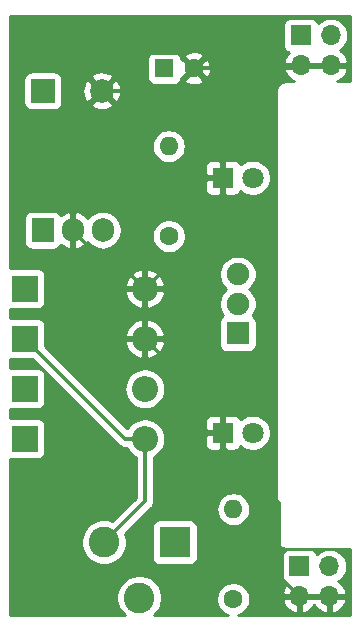
<source format=gbl>
G04 #@! TF.GenerationSoftware,KiCad,Pcbnew,(5.1.4)-1*
G04 #@! TF.CreationDate,2019-09-07T18:34:27-05:00*
G04 #@! TF.ProjectId,BreadboardPowerSupply,42726561-6462-46f6-9172-64506f776572,1*
G04 #@! TF.SameCoordinates,Original*
G04 #@! TF.FileFunction,Copper,L2,Bot*
G04 #@! TF.FilePolarity,Positive*
%FSLAX46Y46*%
G04 Gerber Fmt 4.6, Leading zero omitted, Abs format (unit mm)*
G04 Created by KiCad (PCBNEW (5.1.4)-1) date 2019-09-07 18:34:27*
%MOMM*%
%LPD*%
G04 APERTURE LIST*
%ADD10R,2.000000X2.000000*%
%ADD11C,2.000000*%
%ADD12R,1.600000X1.600000*%
%ADD13C,1.600000*%
%ADD14R,2.200000X2.200000*%
%ADD15O,2.200000X2.200000*%
%ADD16C,1.800000*%
%ADD17R,1.800000X1.800000*%
%ADD18R,2.600000X2.600000*%
%ADD19C,2.600000*%
%ADD20R,1.700000X1.700000*%
%ADD21O,1.700000X1.700000*%
%ADD22O,1.600000X1.600000*%
%ADD23R,1.900000X1.900000*%
%ADD24C,1.900000*%
%ADD25R,1.905000X2.000000*%
%ADD26O,1.905000X2.000000*%
%ADD27C,0.300000*%
%ADD28C,0.254000*%
G04 APERTURE END LIST*
D10*
X130302000Y-56642000D03*
D11*
X135302000Y-56642000D03*
D12*
X140589000Y-54737000D03*
D13*
X143089000Y-54737000D03*
D14*
X128778000Y-81872666D03*
D15*
X138938000Y-81872666D03*
X138938000Y-73406000D03*
D14*
X128778000Y-73406000D03*
X128778000Y-86106000D03*
D15*
X138938000Y-86106000D03*
X138938000Y-77639333D03*
D14*
X128778000Y-77639333D03*
D16*
X148082000Y-85598000D03*
D17*
X145542000Y-85598000D03*
X145542000Y-64008000D03*
D16*
X148082000Y-64008000D03*
D18*
X141478000Y-94869000D03*
D19*
X135478000Y-94869000D03*
X138478000Y-99569000D03*
D20*
X152019000Y-96901000D03*
D21*
X154559000Y-96901000D03*
X152019000Y-99441000D03*
X154559000Y-99441000D03*
X154686000Y-54483000D03*
X152146000Y-54483000D03*
X154686000Y-51943000D03*
D20*
X152146000Y-51943000D03*
D13*
X146431000Y-99695000D03*
D22*
X146431000Y-92075000D03*
X140970000Y-61341000D03*
D13*
X140970000Y-68961000D03*
D23*
X146812000Y-77183000D03*
D24*
X146812000Y-74683000D03*
X146812000Y-72183000D03*
D25*
X130302000Y-68453000D03*
D26*
X132842000Y-68453000D03*
X135382000Y-68453000D03*
D27*
X154559000Y-99441000D02*
X152019000Y-99441000D01*
X145542000Y-86798000D02*
X145542000Y-85598000D01*
X150273990Y-91529990D02*
X145542000Y-86798000D01*
X150273990Y-97695990D02*
X150273990Y-91529990D01*
X152019000Y-99441000D02*
X150273990Y-97695990D01*
X145542000Y-84243333D02*
X138938000Y-77639333D01*
X145542000Y-85598000D02*
X145542000Y-84243333D01*
X138938000Y-76083699D02*
X138938000Y-73406000D01*
X138938000Y-77639333D02*
X138938000Y-76083699D01*
X145542000Y-66802000D02*
X145542000Y-64008000D01*
X138938000Y-73406000D02*
X145542000Y-66802000D01*
X132842000Y-68500500D02*
X132842000Y-68453000D01*
X136647501Y-72306001D02*
X132842000Y-68500500D01*
X137838001Y-72306001D02*
X136647501Y-72306001D01*
X138938000Y-73406000D02*
X137838001Y-72306001D01*
X136716213Y-56642000D02*
X135302000Y-56642000D01*
X139376000Y-56642000D02*
X136716213Y-56642000D01*
X145542000Y-62808000D02*
X139376000Y-56642000D01*
X145542000Y-64008000D02*
X145542000Y-62808000D01*
X142289001Y-53937001D02*
X143089000Y-54737000D01*
X141838999Y-53486999D02*
X142289001Y-53937001D01*
X138457001Y-53486999D02*
X141838999Y-53486999D01*
X135302000Y-56642000D02*
X138457001Y-53486999D01*
X151892000Y-54737000D02*
X152146000Y-54483000D01*
X143089000Y-54737000D02*
X151892000Y-54737000D01*
X152146000Y-54483000D02*
X154686000Y-54483000D01*
X138938000Y-91409000D02*
X138938000Y-86106000D01*
X135478000Y-94869000D02*
X138938000Y-91409000D01*
X137244667Y-86106000D02*
X128778000Y-77639333D01*
X138938000Y-86106000D02*
X137244667Y-86106000D01*
D28*
G36*
X156312000Y-55855000D02*
G01*
X155238761Y-55855000D01*
X155317252Y-55827157D01*
X155567355Y-55678178D01*
X155783588Y-55483269D01*
X155957641Y-55249920D01*
X156082825Y-54987099D01*
X156127476Y-54839890D01*
X156006155Y-54610000D01*
X154813000Y-54610000D01*
X154813000Y-54630000D01*
X154559000Y-54630000D01*
X154559000Y-54610000D01*
X152273000Y-54610000D01*
X152273000Y-54630000D01*
X152019000Y-54630000D01*
X152019000Y-54610000D01*
X150825845Y-54610000D01*
X150704524Y-54839890D01*
X150749175Y-54987099D01*
X150874359Y-55249920D01*
X151048412Y-55483269D01*
X151264645Y-55678178D01*
X151514748Y-55827157D01*
X151593239Y-55855000D01*
X150781419Y-55855000D01*
X150749000Y-55851807D01*
X150716581Y-55855000D01*
X150619617Y-55864550D01*
X150495207Y-55902290D01*
X150380550Y-55963575D01*
X150280052Y-56046052D01*
X150197575Y-56146550D01*
X150136290Y-56261207D01*
X150098550Y-56385617D01*
X150085807Y-56515000D01*
X150089001Y-56547429D01*
X150089000Y-94709581D01*
X150085807Y-94742000D01*
X150098550Y-94871383D01*
X150136290Y-94995793D01*
X150197575Y-95110450D01*
X150247152Y-95170859D01*
X150280052Y-95210948D01*
X150380550Y-95293425D01*
X150495207Y-95354710D01*
X150619617Y-95392450D01*
X150749000Y-95405193D01*
X150781419Y-95402000D01*
X156312001Y-95402000D01*
X156312000Y-101067000D01*
X146868533Y-101067000D01*
X147110727Y-100966680D01*
X147345759Y-100809637D01*
X147545637Y-100609759D01*
X147702680Y-100374727D01*
X147810853Y-100113574D01*
X147866000Y-99836335D01*
X147866000Y-99797890D01*
X150577524Y-99797890D01*
X150622175Y-99945099D01*
X150747359Y-100207920D01*
X150921412Y-100441269D01*
X151137645Y-100636178D01*
X151387748Y-100785157D01*
X151662109Y-100882481D01*
X151892000Y-100761814D01*
X151892000Y-99568000D01*
X152146000Y-99568000D01*
X152146000Y-100761814D01*
X152375891Y-100882481D01*
X152650252Y-100785157D01*
X152900355Y-100636178D01*
X153116588Y-100441269D01*
X153289000Y-100210120D01*
X153461412Y-100441269D01*
X153677645Y-100636178D01*
X153927748Y-100785157D01*
X154202109Y-100882481D01*
X154432000Y-100761814D01*
X154432000Y-99568000D01*
X154686000Y-99568000D01*
X154686000Y-100761814D01*
X154915891Y-100882481D01*
X155190252Y-100785157D01*
X155440355Y-100636178D01*
X155656588Y-100441269D01*
X155830641Y-100207920D01*
X155955825Y-99945099D01*
X156000476Y-99797890D01*
X155879155Y-99568000D01*
X154686000Y-99568000D01*
X154432000Y-99568000D01*
X152146000Y-99568000D01*
X151892000Y-99568000D01*
X150698845Y-99568000D01*
X150577524Y-99797890D01*
X147866000Y-99797890D01*
X147866000Y-99553665D01*
X147810853Y-99276426D01*
X147702680Y-99015273D01*
X147545637Y-98780241D01*
X147345759Y-98580363D01*
X147110727Y-98423320D01*
X146849574Y-98315147D01*
X146572335Y-98260000D01*
X146289665Y-98260000D01*
X146012426Y-98315147D01*
X145751273Y-98423320D01*
X145516241Y-98580363D01*
X145316363Y-98780241D01*
X145159320Y-99015273D01*
X145051147Y-99276426D01*
X144996000Y-99553665D01*
X144996000Y-99836335D01*
X145051147Y-100113574D01*
X145159320Y-100374727D01*
X145316363Y-100609759D01*
X145516241Y-100809637D01*
X145751273Y-100966680D01*
X145993467Y-101067000D01*
X139716504Y-101067000D01*
X139981013Y-100802491D01*
X140192775Y-100485566D01*
X140338639Y-100133419D01*
X140413000Y-99759581D01*
X140413000Y-99378419D01*
X140338639Y-99004581D01*
X140192775Y-98652434D01*
X139981013Y-98335509D01*
X139711491Y-98065987D01*
X139394566Y-97854225D01*
X139042419Y-97708361D01*
X138668581Y-97634000D01*
X138287419Y-97634000D01*
X137913581Y-97708361D01*
X137561434Y-97854225D01*
X137244509Y-98065987D01*
X136974987Y-98335509D01*
X136763225Y-98652434D01*
X136617361Y-99004581D01*
X136543000Y-99378419D01*
X136543000Y-99759581D01*
X136617361Y-100133419D01*
X136763225Y-100485566D01*
X136974987Y-100802491D01*
X137239496Y-101067000D01*
X127533000Y-101067000D01*
X127533000Y-87825588D01*
X127553518Y-87831812D01*
X127678000Y-87844072D01*
X129878000Y-87844072D01*
X130002482Y-87831812D01*
X130122180Y-87795502D01*
X130232494Y-87736537D01*
X130329185Y-87657185D01*
X130408537Y-87560494D01*
X130467502Y-87450180D01*
X130503812Y-87330482D01*
X130516072Y-87206000D01*
X130516072Y-85006000D01*
X130503812Y-84881518D01*
X130467502Y-84761820D01*
X130408537Y-84651506D01*
X130329185Y-84554815D01*
X130232494Y-84475463D01*
X130122180Y-84416498D01*
X130002482Y-84380188D01*
X129878000Y-84367928D01*
X127678000Y-84367928D01*
X127553518Y-84380188D01*
X127533000Y-84386412D01*
X127533000Y-83592254D01*
X127553518Y-83598478D01*
X127678000Y-83610738D01*
X129878000Y-83610738D01*
X130002482Y-83598478D01*
X130122180Y-83562168D01*
X130232494Y-83503203D01*
X130329185Y-83423851D01*
X130408537Y-83327160D01*
X130467502Y-83216846D01*
X130503812Y-83097148D01*
X130516072Y-82972666D01*
X130516072Y-80772666D01*
X130503812Y-80648184D01*
X130467502Y-80528486D01*
X130408537Y-80418172D01*
X130329185Y-80321481D01*
X130232494Y-80242129D01*
X130122180Y-80183164D01*
X130002482Y-80146854D01*
X129878000Y-80134594D01*
X127678000Y-80134594D01*
X127553518Y-80146854D01*
X127533000Y-80153078D01*
X127533000Y-79358921D01*
X127553518Y-79365145D01*
X127678000Y-79377405D01*
X129405915Y-79377405D01*
X136662325Y-86633816D01*
X136686903Y-86663764D01*
X136716851Y-86688342D01*
X136716854Y-86688345D01*
X136746226Y-86712450D01*
X136806434Y-86761862D01*
X136942807Y-86834754D01*
X137056339Y-86869194D01*
X137090779Y-86879641D01*
X137105157Y-86881057D01*
X137206106Y-86891000D01*
X137206113Y-86891000D01*
X137244666Y-86894797D01*
X137283219Y-86891000D01*
X137390297Y-86891000D01*
X137488421Y-87074578D01*
X137705234Y-87338766D01*
X137969422Y-87555579D01*
X138153001Y-87653704D01*
X138153000Y-91083842D01*
X136173985Y-93062857D01*
X136042419Y-93008361D01*
X135668581Y-92934000D01*
X135287419Y-92934000D01*
X134913581Y-93008361D01*
X134561434Y-93154225D01*
X134244509Y-93365987D01*
X133974987Y-93635509D01*
X133763225Y-93952434D01*
X133617361Y-94304581D01*
X133543000Y-94678419D01*
X133543000Y-95059581D01*
X133617361Y-95433419D01*
X133763225Y-95785566D01*
X133974987Y-96102491D01*
X134244509Y-96372013D01*
X134561434Y-96583775D01*
X134913581Y-96729639D01*
X135287419Y-96804000D01*
X135668581Y-96804000D01*
X136042419Y-96729639D01*
X136394566Y-96583775D01*
X136711491Y-96372013D01*
X136981013Y-96102491D01*
X137192775Y-95785566D01*
X137338639Y-95433419D01*
X137413000Y-95059581D01*
X137413000Y-94678419D01*
X137338639Y-94304581D01*
X137284143Y-94173015D01*
X137888158Y-93569000D01*
X139539928Y-93569000D01*
X139539928Y-96169000D01*
X139552188Y-96293482D01*
X139588498Y-96413180D01*
X139647463Y-96523494D01*
X139726815Y-96620185D01*
X139823506Y-96699537D01*
X139933820Y-96758502D01*
X140053518Y-96794812D01*
X140178000Y-96807072D01*
X142778000Y-96807072D01*
X142902482Y-96794812D01*
X143022180Y-96758502D01*
X143132494Y-96699537D01*
X143229185Y-96620185D01*
X143308537Y-96523494D01*
X143367502Y-96413180D01*
X143403812Y-96293482D01*
X143416072Y-96169000D01*
X143416072Y-96051000D01*
X150530928Y-96051000D01*
X150530928Y-97751000D01*
X150543188Y-97875482D01*
X150579498Y-97995180D01*
X150638463Y-98105494D01*
X150717815Y-98202185D01*
X150814506Y-98281537D01*
X150924820Y-98340502D01*
X151005466Y-98364966D01*
X150921412Y-98440731D01*
X150747359Y-98674080D01*
X150622175Y-98936901D01*
X150577524Y-99084110D01*
X150698845Y-99314000D01*
X151892000Y-99314000D01*
X151892000Y-99294000D01*
X152146000Y-99294000D01*
X152146000Y-99314000D01*
X154432000Y-99314000D01*
X154432000Y-99294000D01*
X154686000Y-99294000D01*
X154686000Y-99314000D01*
X155879155Y-99314000D01*
X156000476Y-99084110D01*
X155955825Y-98936901D01*
X155830641Y-98674080D01*
X155656588Y-98440731D01*
X155440355Y-98245822D01*
X155323477Y-98176201D01*
X155388014Y-98141706D01*
X155614134Y-97956134D01*
X155799706Y-97730014D01*
X155937599Y-97472034D01*
X156022513Y-97192111D01*
X156051185Y-96901000D01*
X156022513Y-96609889D01*
X155937599Y-96329966D01*
X155799706Y-96071986D01*
X155614134Y-95845866D01*
X155388014Y-95660294D01*
X155130034Y-95522401D01*
X154850111Y-95437487D01*
X154631950Y-95416000D01*
X154486050Y-95416000D01*
X154267889Y-95437487D01*
X153987966Y-95522401D01*
X153729986Y-95660294D01*
X153503866Y-95845866D01*
X153479393Y-95875687D01*
X153458502Y-95806820D01*
X153399537Y-95696506D01*
X153320185Y-95599815D01*
X153223494Y-95520463D01*
X153113180Y-95461498D01*
X152993482Y-95425188D01*
X152869000Y-95412928D01*
X151169000Y-95412928D01*
X151044518Y-95425188D01*
X150924820Y-95461498D01*
X150814506Y-95520463D01*
X150717815Y-95599815D01*
X150638463Y-95696506D01*
X150579498Y-95806820D01*
X150543188Y-95926518D01*
X150530928Y-96051000D01*
X143416072Y-96051000D01*
X143416072Y-93569000D01*
X143403812Y-93444518D01*
X143367502Y-93324820D01*
X143308537Y-93214506D01*
X143229185Y-93117815D01*
X143132494Y-93038463D01*
X143022180Y-92979498D01*
X142902482Y-92943188D01*
X142778000Y-92930928D01*
X140178000Y-92930928D01*
X140053518Y-92943188D01*
X139933820Y-92979498D01*
X139823506Y-93038463D01*
X139726815Y-93117815D01*
X139647463Y-93214506D01*
X139588498Y-93324820D01*
X139552188Y-93444518D01*
X139539928Y-93569000D01*
X137888158Y-93569000D01*
X139382158Y-92075000D01*
X144989057Y-92075000D01*
X145016764Y-92356309D01*
X145098818Y-92626808D01*
X145232068Y-92876101D01*
X145411392Y-93094608D01*
X145629899Y-93273932D01*
X145879192Y-93407182D01*
X146149691Y-93489236D01*
X146360508Y-93510000D01*
X146501492Y-93510000D01*
X146712309Y-93489236D01*
X146982808Y-93407182D01*
X147232101Y-93273932D01*
X147450608Y-93094608D01*
X147629932Y-92876101D01*
X147763182Y-92626808D01*
X147845236Y-92356309D01*
X147872943Y-92075000D01*
X147845236Y-91793691D01*
X147763182Y-91523192D01*
X147629932Y-91273899D01*
X147450608Y-91055392D01*
X147232101Y-90876068D01*
X146982808Y-90742818D01*
X146712309Y-90660764D01*
X146501492Y-90640000D01*
X146360508Y-90640000D01*
X146149691Y-90660764D01*
X145879192Y-90742818D01*
X145629899Y-90876068D01*
X145411392Y-91055392D01*
X145232068Y-91273899D01*
X145098818Y-91523192D01*
X145016764Y-91793691D01*
X144989057Y-92075000D01*
X139382158Y-92075000D01*
X139465817Y-91991341D01*
X139495764Y-91966764D01*
X139593862Y-91847233D01*
X139666754Y-91710860D01*
X139666754Y-91710859D01*
X139711642Y-91562887D01*
X139719020Y-91487974D01*
X139723000Y-91447561D01*
X139723000Y-91447556D01*
X139726797Y-91409000D01*
X139723000Y-91370445D01*
X139723000Y-87653703D01*
X139906578Y-87555579D01*
X140170766Y-87338766D01*
X140387579Y-87074578D01*
X140548686Y-86773168D01*
X140632157Y-86498000D01*
X144003928Y-86498000D01*
X144016188Y-86622482D01*
X144052498Y-86742180D01*
X144111463Y-86852494D01*
X144190815Y-86949185D01*
X144287506Y-87028537D01*
X144397820Y-87087502D01*
X144517518Y-87123812D01*
X144642000Y-87136072D01*
X145256250Y-87133000D01*
X145415000Y-86974250D01*
X145415000Y-85725000D01*
X144165750Y-85725000D01*
X144007000Y-85883750D01*
X144003928Y-86498000D01*
X140632157Y-86498000D01*
X140647895Y-86446119D01*
X140681394Y-86106000D01*
X140647895Y-85765881D01*
X140548686Y-85438832D01*
X140387579Y-85137422D01*
X140170766Y-84873234D01*
X139957243Y-84698000D01*
X144003928Y-84698000D01*
X144007000Y-85312250D01*
X144165750Y-85471000D01*
X145415000Y-85471000D01*
X145415000Y-84221750D01*
X145669000Y-84221750D01*
X145669000Y-85471000D01*
X145689000Y-85471000D01*
X145689000Y-85725000D01*
X145669000Y-85725000D01*
X145669000Y-86974250D01*
X145827750Y-87133000D01*
X146442000Y-87136072D01*
X146566482Y-87123812D01*
X146686180Y-87087502D01*
X146796494Y-87028537D01*
X146893185Y-86949185D01*
X146972537Y-86852494D01*
X147031502Y-86742180D01*
X147037056Y-86723873D01*
X147103495Y-86790312D01*
X147354905Y-86958299D01*
X147634257Y-87074011D01*
X147930816Y-87133000D01*
X148233184Y-87133000D01*
X148529743Y-87074011D01*
X148809095Y-86958299D01*
X149060505Y-86790312D01*
X149274312Y-86576505D01*
X149442299Y-86325095D01*
X149558011Y-86045743D01*
X149617000Y-85749184D01*
X149617000Y-85446816D01*
X149558011Y-85150257D01*
X149442299Y-84870905D01*
X149274312Y-84619495D01*
X149060505Y-84405688D01*
X148809095Y-84237701D01*
X148529743Y-84121989D01*
X148233184Y-84063000D01*
X147930816Y-84063000D01*
X147634257Y-84121989D01*
X147354905Y-84237701D01*
X147103495Y-84405688D01*
X147037056Y-84472127D01*
X147031502Y-84453820D01*
X146972537Y-84343506D01*
X146893185Y-84246815D01*
X146796494Y-84167463D01*
X146686180Y-84108498D01*
X146566482Y-84072188D01*
X146442000Y-84059928D01*
X145827750Y-84063000D01*
X145669000Y-84221750D01*
X145415000Y-84221750D01*
X145256250Y-84063000D01*
X144642000Y-84059928D01*
X144517518Y-84072188D01*
X144397820Y-84108498D01*
X144287506Y-84167463D01*
X144190815Y-84246815D01*
X144111463Y-84343506D01*
X144052498Y-84453820D01*
X144016188Y-84573518D01*
X144003928Y-84698000D01*
X139957243Y-84698000D01*
X139906578Y-84656421D01*
X139605168Y-84495314D01*
X139278119Y-84396105D01*
X139023225Y-84371000D01*
X138852775Y-84371000D01*
X138597881Y-84396105D01*
X138270832Y-84495314D01*
X137969422Y-84656421D01*
X137705234Y-84873234D01*
X137488421Y-85137422D01*
X137452831Y-85204006D01*
X134121491Y-81872666D01*
X137194606Y-81872666D01*
X137228105Y-82212785D01*
X137327314Y-82539834D01*
X137488421Y-82841244D01*
X137705234Y-83105432D01*
X137969422Y-83322245D01*
X138270832Y-83483352D01*
X138597881Y-83582561D01*
X138852775Y-83607666D01*
X139023225Y-83607666D01*
X139278119Y-83582561D01*
X139605168Y-83483352D01*
X139906578Y-83322245D01*
X140170766Y-83105432D01*
X140387579Y-82841244D01*
X140548686Y-82539834D01*
X140647895Y-82212785D01*
X140681394Y-81872666D01*
X140647895Y-81532547D01*
X140548686Y-81205498D01*
X140387579Y-80904088D01*
X140170766Y-80639900D01*
X139906578Y-80423087D01*
X139605168Y-80261980D01*
X139278119Y-80162771D01*
X139023225Y-80137666D01*
X138852775Y-80137666D01*
X138597881Y-80162771D01*
X138270832Y-80261980D01*
X137969422Y-80423087D01*
X137705234Y-80639900D01*
X137488421Y-80904088D01*
X137327314Y-81205498D01*
X137228105Y-81532547D01*
X137194606Y-81872666D01*
X134121491Y-81872666D01*
X130516072Y-78267248D01*
X130516072Y-78035455D01*
X137248825Y-78035455D01*
X137313425Y-78248427D01*
X137463469Y-78553662D01*
X137670178Y-78823760D01*
X137925609Y-79048341D01*
X138219946Y-79218775D01*
X138541877Y-79328512D01*
X138811000Y-79210933D01*
X138811000Y-77766333D01*
X139065000Y-77766333D01*
X139065000Y-79210933D01*
X139334123Y-79328512D01*
X139656054Y-79218775D01*
X139950391Y-79048341D01*
X140205822Y-78823760D01*
X140412531Y-78553662D01*
X140562575Y-78248427D01*
X140627175Y-78035455D01*
X140509125Y-77766333D01*
X139065000Y-77766333D01*
X138811000Y-77766333D01*
X137366875Y-77766333D01*
X137248825Y-78035455D01*
X130516072Y-78035455D01*
X130516072Y-77243211D01*
X137248825Y-77243211D01*
X137366875Y-77512333D01*
X138811000Y-77512333D01*
X138811000Y-76067733D01*
X139065000Y-76067733D01*
X139065000Y-77512333D01*
X140509125Y-77512333D01*
X140627175Y-77243211D01*
X140562575Y-77030239D01*
X140412531Y-76725004D01*
X140205822Y-76454906D01*
X139953434Y-76233000D01*
X145223928Y-76233000D01*
X145223928Y-78133000D01*
X145236188Y-78257482D01*
X145272498Y-78377180D01*
X145331463Y-78487494D01*
X145410815Y-78584185D01*
X145507506Y-78663537D01*
X145617820Y-78722502D01*
X145737518Y-78758812D01*
X145862000Y-78771072D01*
X147762000Y-78771072D01*
X147886482Y-78758812D01*
X148006180Y-78722502D01*
X148116494Y-78663537D01*
X148213185Y-78584185D01*
X148292537Y-78487494D01*
X148351502Y-78377180D01*
X148387812Y-78257482D01*
X148400072Y-78133000D01*
X148400072Y-76233000D01*
X148387812Y-76108518D01*
X148351502Y-75988820D01*
X148292537Y-75878506D01*
X148213185Y-75781815D01*
X148116494Y-75702463D01*
X148057979Y-75671186D01*
X148216609Y-75433779D01*
X148336089Y-75145327D01*
X148397000Y-74839109D01*
X148397000Y-74526891D01*
X148336089Y-74220673D01*
X148216609Y-73932221D01*
X148043150Y-73672621D01*
X147822379Y-73451850D01*
X147794168Y-73433000D01*
X147822379Y-73414150D01*
X148043150Y-73193379D01*
X148216609Y-72933779D01*
X148336089Y-72645327D01*
X148397000Y-72339109D01*
X148397000Y-72026891D01*
X148336089Y-71720673D01*
X148216609Y-71432221D01*
X148043150Y-71172621D01*
X147822379Y-70951850D01*
X147562779Y-70778391D01*
X147274327Y-70658911D01*
X146968109Y-70598000D01*
X146655891Y-70598000D01*
X146349673Y-70658911D01*
X146061221Y-70778391D01*
X145801621Y-70951850D01*
X145580850Y-71172621D01*
X145407391Y-71432221D01*
X145287911Y-71720673D01*
X145227000Y-72026891D01*
X145227000Y-72339109D01*
X145287911Y-72645327D01*
X145407391Y-72933779D01*
X145580850Y-73193379D01*
X145801621Y-73414150D01*
X145829832Y-73433000D01*
X145801621Y-73451850D01*
X145580850Y-73672621D01*
X145407391Y-73932221D01*
X145287911Y-74220673D01*
X145227000Y-74526891D01*
X145227000Y-74839109D01*
X145287911Y-75145327D01*
X145407391Y-75433779D01*
X145566021Y-75671186D01*
X145507506Y-75702463D01*
X145410815Y-75781815D01*
X145331463Y-75878506D01*
X145272498Y-75988820D01*
X145236188Y-76108518D01*
X145223928Y-76233000D01*
X139953434Y-76233000D01*
X139950391Y-76230325D01*
X139656054Y-76059891D01*
X139334123Y-75950154D01*
X139065000Y-76067733D01*
X138811000Y-76067733D01*
X138541877Y-75950154D01*
X138219946Y-76059891D01*
X137925609Y-76230325D01*
X137670178Y-76454906D01*
X137463469Y-76725004D01*
X137313425Y-77030239D01*
X137248825Y-77243211D01*
X130516072Y-77243211D01*
X130516072Y-76539333D01*
X130503812Y-76414851D01*
X130467502Y-76295153D01*
X130408537Y-76184839D01*
X130329185Y-76088148D01*
X130232494Y-76008796D01*
X130122180Y-75949831D01*
X130002482Y-75913521D01*
X129878000Y-75901261D01*
X127678000Y-75901261D01*
X127553518Y-75913521D01*
X127533000Y-75919745D01*
X127533000Y-75125588D01*
X127553518Y-75131812D01*
X127678000Y-75144072D01*
X129878000Y-75144072D01*
X130002482Y-75131812D01*
X130122180Y-75095502D01*
X130232494Y-75036537D01*
X130329185Y-74957185D01*
X130408537Y-74860494D01*
X130467502Y-74750180D01*
X130503812Y-74630482D01*
X130516072Y-74506000D01*
X130516072Y-73802122D01*
X137248825Y-73802122D01*
X137313425Y-74015094D01*
X137463469Y-74320329D01*
X137670178Y-74590427D01*
X137925609Y-74815008D01*
X138219946Y-74985442D01*
X138541877Y-75095179D01*
X138811000Y-74977600D01*
X138811000Y-73533000D01*
X139065000Y-73533000D01*
X139065000Y-74977600D01*
X139334123Y-75095179D01*
X139656054Y-74985442D01*
X139950391Y-74815008D01*
X140205822Y-74590427D01*
X140412531Y-74320329D01*
X140562575Y-74015094D01*
X140627175Y-73802122D01*
X140509125Y-73533000D01*
X139065000Y-73533000D01*
X138811000Y-73533000D01*
X137366875Y-73533000D01*
X137248825Y-73802122D01*
X130516072Y-73802122D01*
X130516072Y-73009878D01*
X137248825Y-73009878D01*
X137366875Y-73279000D01*
X138811000Y-73279000D01*
X138811000Y-71834400D01*
X139065000Y-71834400D01*
X139065000Y-73279000D01*
X140509125Y-73279000D01*
X140627175Y-73009878D01*
X140562575Y-72796906D01*
X140412531Y-72491671D01*
X140205822Y-72221573D01*
X139950391Y-71996992D01*
X139656054Y-71826558D01*
X139334123Y-71716821D01*
X139065000Y-71834400D01*
X138811000Y-71834400D01*
X138541877Y-71716821D01*
X138219946Y-71826558D01*
X137925609Y-71996992D01*
X137670178Y-72221573D01*
X137463469Y-72491671D01*
X137313425Y-72796906D01*
X137248825Y-73009878D01*
X130516072Y-73009878D01*
X130516072Y-72306000D01*
X130503812Y-72181518D01*
X130467502Y-72061820D01*
X130408537Y-71951506D01*
X130329185Y-71854815D01*
X130232494Y-71775463D01*
X130122180Y-71716498D01*
X130002482Y-71680188D01*
X129878000Y-71667928D01*
X127678000Y-71667928D01*
X127553518Y-71680188D01*
X127533000Y-71686412D01*
X127533000Y-67453000D01*
X128711428Y-67453000D01*
X128711428Y-69453000D01*
X128723688Y-69577482D01*
X128759998Y-69697180D01*
X128818963Y-69807494D01*
X128898315Y-69904185D01*
X128995006Y-69983537D01*
X129105320Y-70042502D01*
X129225018Y-70078812D01*
X129349500Y-70091072D01*
X131254500Y-70091072D01*
X131378982Y-70078812D01*
X131498680Y-70042502D01*
X131608994Y-69983537D01*
X131705685Y-69904185D01*
X131785037Y-69807494D01*
X131834059Y-69715781D01*
X131975077Y-69828969D01*
X132250906Y-69972571D01*
X132469020Y-70043563D01*
X132715000Y-69923594D01*
X132715000Y-68580000D01*
X132695000Y-68580000D01*
X132695000Y-68326000D01*
X132715000Y-68326000D01*
X132715000Y-66982406D01*
X132969000Y-66982406D01*
X132969000Y-68326000D01*
X132989000Y-68326000D01*
X132989000Y-68580000D01*
X132969000Y-68580000D01*
X132969000Y-69923594D01*
X133214980Y-70043563D01*
X133433094Y-69972571D01*
X133708923Y-69828969D01*
X133951437Y-69634315D01*
X134106837Y-69449101D01*
X134254037Y-69628463D01*
X134495766Y-69826845D01*
X134771552Y-69974255D01*
X135070797Y-70065030D01*
X135382000Y-70095681D01*
X135693204Y-70065030D01*
X135992449Y-69974255D01*
X136268235Y-69826845D01*
X136509963Y-69628463D01*
X136708345Y-69386734D01*
X136855755Y-69110948D01*
X136944114Y-68819665D01*
X139535000Y-68819665D01*
X139535000Y-69102335D01*
X139590147Y-69379574D01*
X139698320Y-69640727D01*
X139855363Y-69875759D01*
X140055241Y-70075637D01*
X140290273Y-70232680D01*
X140551426Y-70340853D01*
X140828665Y-70396000D01*
X141111335Y-70396000D01*
X141388574Y-70340853D01*
X141649727Y-70232680D01*
X141884759Y-70075637D01*
X142084637Y-69875759D01*
X142241680Y-69640727D01*
X142349853Y-69379574D01*
X142405000Y-69102335D01*
X142405000Y-68819665D01*
X142349853Y-68542426D01*
X142241680Y-68281273D01*
X142084637Y-68046241D01*
X141884759Y-67846363D01*
X141649727Y-67689320D01*
X141388574Y-67581147D01*
X141111335Y-67526000D01*
X140828665Y-67526000D01*
X140551426Y-67581147D01*
X140290273Y-67689320D01*
X140055241Y-67846363D01*
X139855363Y-68046241D01*
X139698320Y-68281273D01*
X139590147Y-68542426D01*
X139535000Y-68819665D01*
X136944114Y-68819665D01*
X136946530Y-68811703D01*
X136969500Y-68578485D01*
X136969500Y-68327514D01*
X136946530Y-68094296D01*
X136855755Y-67795051D01*
X136708345Y-67519265D01*
X136509963Y-67277537D01*
X136268234Y-67079155D01*
X135992448Y-66931745D01*
X135693203Y-66840970D01*
X135382000Y-66810319D01*
X135070796Y-66840970D01*
X134771551Y-66931745D01*
X134495765Y-67079155D01*
X134254037Y-67277537D01*
X134106838Y-67456900D01*
X133951437Y-67271685D01*
X133708923Y-67077031D01*
X133433094Y-66933429D01*
X133214980Y-66862437D01*
X132969000Y-66982406D01*
X132715000Y-66982406D01*
X132469020Y-66862437D01*
X132250906Y-66933429D01*
X131975077Y-67077031D01*
X131834059Y-67190219D01*
X131785037Y-67098506D01*
X131705685Y-67001815D01*
X131608994Y-66922463D01*
X131498680Y-66863498D01*
X131378982Y-66827188D01*
X131254500Y-66814928D01*
X129349500Y-66814928D01*
X129225018Y-66827188D01*
X129105320Y-66863498D01*
X128995006Y-66922463D01*
X128898315Y-67001815D01*
X128818963Y-67098506D01*
X128759998Y-67208820D01*
X128723688Y-67328518D01*
X128711428Y-67453000D01*
X127533000Y-67453000D01*
X127533000Y-64908000D01*
X144003928Y-64908000D01*
X144016188Y-65032482D01*
X144052498Y-65152180D01*
X144111463Y-65262494D01*
X144190815Y-65359185D01*
X144287506Y-65438537D01*
X144397820Y-65497502D01*
X144517518Y-65533812D01*
X144642000Y-65546072D01*
X145256250Y-65543000D01*
X145415000Y-65384250D01*
X145415000Y-64135000D01*
X144165750Y-64135000D01*
X144007000Y-64293750D01*
X144003928Y-64908000D01*
X127533000Y-64908000D01*
X127533000Y-63108000D01*
X144003928Y-63108000D01*
X144007000Y-63722250D01*
X144165750Y-63881000D01*
X145415000Y-63881000D01*
X145415000Y-62631750D01*
X145669000Y-62631750D01*
X145669000Y-63881000D01*
X145689000Y-63881000D01*
X145689000Y-64135000D01*
X145669000Y-64135000D01*
X145669000Y-65384250D01*
X145827750Y-65543000D01*
X146442000Y-65546072D01*
X146566482Y-65533812D01*
X146686180Y-65497502D01*
X146796494Y-65438537D01*
X146893185Y-65359185D01*
X146972537Y-65262494D01*
X147031502Y-65152180D01*
X147037056Y-65133873D01*
X147103495Y-65200312D01*
X147354905Y-65368299D01*
X147634257Y-65484011D01*
X147930816Y-65543000D01*
X148233184Y-65543000D01*
X148529743Y-65484011D01*
X148809095Y-65368299D01*
X149060505Y-65200312D01*
X149274312Y-64986505D01*
X149442299Y-64735095D01*
X149558011Y-64455743D01*
X149617000Y-64159184D01*
X149617000Y-63856816D01*
X149558011Y-63560257D01*
X149442299Y-63280905D01*
X149274312Y-63029495D01*
X149060505Y-62815688D01*
X148809095Y-62647701D01*
X148529743Y-62531989D01*
X148233184Y-62473000D01*
X147930816Y-62473000D01*
X147634257Y-62531989D01*
X147354905Y-62647701D01*
X147103495Y-62815688D01*
X147037056Y-62882127D01*
X147031502Y-62863820D01*
X146972537Y-62753506D01*
X146893185Y-62656815D01*
X146796494Y-62577463D01*
X146686180Y-62518498D01*
X146566482Y-62482188D01*
X146442000Y-62469928D01*
X145827750Y-62473000D01*
X145669000Y-62631750D01*
X145415000Y-62631750D01*
X145256250Y-62473000D01*
X144642000Y-62469928D01*
X144517518Y-62482188D01*
X144397820Y-62518498D01*
X144287506Y-62577463D01*
X144190815Y-62656815D01*
X144111463Y-62753506D01*
X144052498Y-62863820D01*
X144016188Y-62983518D01*
X144003928Y-63108000D01*
X127533000Y-63108000D01*
X127533000Y-61341000D01*
X139528057Y-61341000D01*
X139555764Y-61622309D01*
X139637818Y-61892808D01*
X139771068Y-62142101D01*
X139950392Y-62360608D01*
X140168899Y-62539932D01*
X140418192Y-62673182D01*
X140688691Y-62755236D01*
X140899508Y-62776000D01*
X141040492Y-62776000D01*
X141251309Y-62755236D01*
X141521808Y-62673182D01*
X141771101Y-62539932D01*
X141989608Y-62360608D01*
X142168932Y-62142101D01*
X142302182Y-61892808D01*
X142384236Y-61622309D01*
X142411943Y-61341000D01*
X142384236Y-61059691D01*
X142302182Y-60789192D01*
X142168932Y-60539899D01*
X141989608Y-60321392D01*
X141771101Y-60142068D01*
X141521808Y-60008818D01*
X141251309Y-59926764D01*
X141040492Y-59906000D01*
X140899508Y-59906000D01*
X140688691Y-59926764D01*
X140418192Y-60008818D01*
X140168899Y-60142068D01*
X139950392Y-60321392D01*
X139771068Y-60539899D01*
X139637818Y-60789192D01*
X139555764Y-61059691D01*
X139528057Y-61341000D01*
X127533000Y-61341000D01*
X127533000Y-55642000D01*
X128663928Y-55642000D01*
X128663928Y-57642000D01*
X128676188Y-57766482D01*
X128712498Y-57886180D01*
X128771463Y-57996494D01*
X128850815Y-58093185D01*
X128947506Y-58172537D01*
X129057820Y-58231502D01*
X129177518Y-58267812D01*
X129302000Y-58280072D01*
X131302000Y-58280072D01*
X131426482Y-58267812D01*
X131546180Y-58231502D01*
X131656494Y-58172537D01*
X131753185Y-58093185D01*
X131832537Y-57996494D01*
X131891502Y-57886180D01*
X131924496Y-57777413D01*
X134346192Y-57777413D01*
X134441956Y-58041814D01*
X134731571Y-58182704D01*
X135043108Y-58264384D01*
X135364595Y-58283718D01*
X135683675Y-58239961D01*
X135988088Y-58134795D01*
X136162044Y-58041814D01*
X136257808Y-57777413D01*
X135302000Y-56821605D01*
X134346192Y-57777413D01*
X131924496Y-57777413D01*
X131927812Y-57766482D01*
X131940072Y-57642000D01*
X131940072Y-56704595D01*
X133660282Y-56704595D01*
X133704039Y-57023675D01*
X133809205Y-57328088D01*
X133902186Y-57502044D01*
X134166587Y-57597808D01*
X135122395Y-56642000D01*
X135481605Y-56642000D01*
X136437413Y-57597808D01*
X136701814Y-57502044D01*
X136842704Y-57212429D01*
X136924384Y-56900892D01*
X136943718Y-56579405D01*
X136899961Y-56260325D01*
X136794795Y-55955912D01*
X136701814Y-55781956D01*
X136437413Y-55686192D01*
X135481605Y-56642000D01*
X135122395Y-56642000D01*
X134166587Y-55686192D01*
X133902186Y-55781956D01*
X133761296Y-56071571D01*
X133679616Y-56383108D01*
X133660282Y-56704595D01*
X131940072Y-56704595D01*
X131940072Y-55642000D01*
X131927812Y-55517518D01*
X131924497Y-55506587D01*
X134346192Y-55506587D01*
X135302000Y-56462395D01*
X136257808Y-55506587D01*
X136162044Y-55242186D01*
X135872429Y-55101296D01*
X135560892Y-55019616D01*
X135239405Y-55000282D01*
X134920325Y-55044039D01*
X134615912Y-55149205D01*
X134441956Y-55242186D01*
X134346192Y-55506587D01*
X131924497Y-55506587D01*
X131891502Y-55397820D01*
X131832537Y-55287506D01*
X131753185Y-55190815D01*
X131656494Y-55111463D01*
X131546180Y-55052498D01*
X131426482Y-55016188D01*
X131302000Y-55003928D01*
X129302000Y-55003928D01*
X129177518Y-55016188D01*
X129057820Y-55052498D01*
X128947506Y-55111463D01*
X128850815Y-55190815D01*
X128771463Y-55287506D01*
X128712498Y-55397820D01*
X128676188Y-55517518D01*
X128663928Y-55642000D01*
X127533000Y-55642000D01*
X127533000Y-53937000D01*
X139150928Y-53937000D01*
X139150928Y-55537000D01*
X139163188Y-55661482D01*
X139199498Y-55781180D01*
X139258463Y-55891494D01*
X139337815Y-55988185D01*
X139434506Y-56067537D01*
X139544820Y-56126502D01*
X139664518Y-56162812D01*
X139789000Y-56175072D01*
X141389000Y-56175072D01*
X141513482Y-56162812D01*
X141633180Y-56126502D01*
X141743494Y-56067537D01*
X141840185Y-55988185D01*
X141919537Y-55891494D01*
X141978502Y-55781180D01*
X141994117Y-55729702D01*
X142275903Y-55729702D01*
X142347486Y-55973671D01*
X142602996Y-56094571D01*
X142877184Y-56163300D01*
X143159512Y-56177217D01*
X143439130Y-56135787D01*
X143705292Y-56040603D01*
X143830514Y-55973671D01*
X143902097Y-55729702D01*
X143089000Y-54916605D01*
X142275903Y-55729702D01*
X141994117Y-55729702D01*
X142014812Y-55661482D01*
X142027072Y-55537000D01*
X142027072Y-55529785D01*
X142096298Y-55550097D01*
X142909395Y-54737000D01*
X143268605Y-54737000D01*
X144081702Y-55550097D01*
X144325671Y-55478514D01*
X144446571Y-55223004D01*
X144515300Y-54948816D01*
X144529217Y-54666488D01*
X144487787Y-54386870D01*
X144392603Y-54120708D01*
X144325671Y-53995486D01*
X144081702Y-53923903D01*
X143268605Y-54737000D01*
X142909395Y-54737000D01*
X142096298Y-53923903D01*
X142027072Y-53944215D01*
X142027072Y-53937000D01*
X142014812Y-53812518D01*
X141994118Y-53744298D01*
X142275903Y-53744298D01*
X143089000Y-54557395D01*
X143902097Y-53744298D01*
X143830514Y-53500329D01*
X143575004Y-53379429D01*
X143300816Y-53310700D01*
X143018488Y-53296783D01*
X142738870Y-53338213D01*
X142472708Y-53433397D01*
X142347486Y-53500329D01*
X142275903Y-53744298D01*
X141994118Y-53744298D01*
X141978502Y-53692820D01*
X141919537Y-53582506D01*
X141840185Y-53485815D01*
X141743494Y-53406463D01*
X141633180Y-53347498D01*
X141513482Y-53311188D01*
X141389000Y-53298928D01*
X139789000Y-53298928D01*
X139664518Y-53311188D01*
X139544820Y-53347498D01*
X139434506Y-53406463D01*
X139337815Y-53485815D01*
X139258463Y-53582506D01*
X139199498Y-53692820D01*
X139163188Y-53812518D01*
X139150928Y-53937000D01*
X127533000Y-53937000D01*
X127533000Y-51093000D01*
X150657928Y-51093000D01*
X150657928Y-52793000D01*
X150670188Y-52917482D01*
X150706498Y-53037180D01*
X150765463Y-53147494D01*
X150844815Y-53244185D01*
X150941506Y-53323537D01*
X151051820Y-53382502D01*
X151132466Y-53406966D01*
X151048412Y-53482731D01*
X150874359Y-53716080D01*
X150749175Y-53978901D01*
X150704524Y-54126110D01*
X150825845Y-54356000D01*
X152019000Y-54356000D01*
X152019000Y-54336000D01*
X152273000Y-54336000D01*
X152273000Y-54356000D01*
X154559000Y-54356000D01*
X154559000Y-54336000D01*
X154813000Y-54336000D01*
X154813000Y-54356000D01*
X156006155Y-54356000D01*
X156127476Y-54126110D01*
X156082825Y-53978901D01*
X155957641Y-53716080D01*
X155783588Y-53482731D01*
X155567355Y-53287822D01*
X155450477Y-53218201D01*
X155515014Y-53183706D01*
X155741134Y-52998134D01*
X155926706Y-52772014D01*
X156064599Y-52514034D01*
X156149513Y-52234111D01*
X156178185Y-51943000D01*
X156149513Y-51651889D01*
X156064599Y-51371966D01*
X155926706Y-51113986D01*
X155741134Y-50887866D01*
X155515014Y-50702294D01*
X155257034Y-50564401D01*
X154977111Y-50479487D01*
X154758950Y-50458000D01*
X154613050Y-50458000D01*
X154394889Y-50479487D01*
X154114966Y-50564401D01*
X153856986Y-50702294D01*
X153630866Y-50887866D01*
X153606393Y-50917687D01*
X153585502Y-50848820D01*
X153526537Y-50738506D01*
X153447185Y-50641815D01*
X153350494Y-50562463D01*
X153240180Y-50503498D01*
X153120482Y-50467188D01*
X152996000Y-50454928D01*
X151296000Y-50454928D01*
X151171518Y-50467188D01*
X151051820Y-50503498D01*
X150941506Y-50562463D01*
X150844815Y-50641815D01*
X150765463Y-50738506D01*
X150706498Y-50848820D01*
X150670188Y-50968518D01*
X150657928Y-51093000D01*
X127533000Y-51093000D01*
X127533000Y-50317000D01*
X156312001Y-50317000D01*
X156312000Y-55855000D01*
X156312000Y-55855000D01*
G37*
X156312000Y-55855000D02*
X155238761Y-55855000D01*
X155317252Y-55827157D01*
X155567355Y-55678178D01*
X155783588Y-55483269D01*
X155957641Y-55249920D01*
X156082825Y-54987099D01*
X156127476Y-54839890D01*
X156006155Y-54610000D01*
X154813000Y-54610000D01*
X154813000Y-54630000D01*
X154559000Y-54630000D01*
X154559000Y-54610000D01*
X152273000Y-54610000D01*
X152273000Y-54630000D01*
X152019000Y-54630000D01*
X152019000Y-54610000D01*
X150825845Y-54610000D01*
X150704524Y-54839890D01*
X150749175Y-54987099D01*
X150874359Y-55249920D01*
X151048412Y-55483269D01*
X151264645Y-55678178D01*
X151514748Y-55827157D01*
X151593239Y-55855000D01*
X150781419Y-55855000D01*
X150749000Y-55851807D01*
X150716581Y-55855000D01*
X150619617Y-55864550D01*
X150495207Y-55902290D01*
X150380550Y-55963575D01*
X150280052Y-56046052D01*
X150197575Y-56146550D01*
X150136290Y-56261207D01*
X150098550Y-56385617D01*
X150085807Y-56515000D01*
X150089001Y-56547429D01*
X150089000Y-94709581D01*
X150085807Y-94742000D01*
X150098550Y-94871383D01*
X150136290Y-94995793D01*
X150197575Y-95110450D01*
X150247152Y-95170859D01*
X150280052Y-95210948D01*
X150380550Y-95293425D01*
X150495207Y-95354710D01*
X150619617Y-95392450D01*
X150749000Y-95405193D01*
X150781419Y-95402000D01*
X156312001Y-95402000D01*
X156312000Y-101067000D01*
X146868533Y-101067000D01*
X147110727Y-100966680D01*
X147345759Y-100809637D01*
X147545637Y-100609759D01*
X147702680Y-100374727D01*
X147810853Y-100113574D01*
X147866000Y-99836335D01*
X147866000Y-99797890D01*
X150577524Y-99797890D01*
X150622175Y-99945099D01*
X150747359Y-100207920D01*
X150921412Y-100441269D01*
X151137645Y-100636178D01*
X151387748Y-100785157D01*
X151662109Y-100882481D01*
X151892000Y-100761814D01*
X151892000Y-99568000D01*
X152146000Y-99568000D01*
X152146000Y-100761814D01*
X152375891Y-100882481D01*
X152650252Y-100785157D01*
X152900355Y-100636178D01*
X153116588Y-100441269D01*
X153289000Y-100210120D01*
X153461412Y-100441269D01*
X153677645Y-100636178D01*
X153927748Y-100785157D01*
X154202109Y-100882481D01*
X154432000Y-100761814D01*
X154432000Y-99568000D01*
X154686000Y-99568000D01*
X154686000Y-100761814D01*
X154915891Y-100882481D01*
X155190252Y-100785157D01*
X155440355Y-100636178D01*
X155656588Y-100441269D01*
X155830641Y-100207920D01*
X155955825Y-99945099D01*
X156000476Y-99797890D01*
X155879155Y-99568000D01*
X154686000Y-99568000D01*
X154432000Y-99568000D01*
X152146000Y-99568000D01*
X151892000Y-99568000D01*
X150698845Y-99568000D01*
X150577524Y-99797890D01*
X147866000Y-99797890D01*
X147866000Y-99553665D01*
X147810853Y-99276426D01*
X147702680Y-99015273D01*
X147545637Y-98780241D01*
X147345759Y-98580363D01*
X147110727Y-98423320D01*
X146849574Y-98315147D01*
X146572335Y-98260000D01*
X146289665Y-98260000D01*
X146012426Y-98315147D01*
X145751273Y-98423320D01*
X145516241Y-98580363D01*
X145316363Y-98780241D01*
X145159320Y-99015273D01*
X145051147Y-99276426D01*
X144996000Y-99553665D01*
X144996000Y-99836335D01*
X145051147Y-100113574D01*
X145159320Y-100374727D01*
X145316363Y-100609759D01*
X145516241Y-100809637D01*
X145751273Y-100966680D01*
X145993467Y-101067000D01*
X139716504Y-101067000D01*
X139981013Y-100802491D01*
X140192775Y-100485566D01*
X140338639Y-100133419D01*
X140413000Y-99759581D01*
X140413000Y-99378419D01*
X140338639Y-99004581D01*
X140192775Y-98652434D01*
X139981013Y-98335509D01*
X139711491Y-98065987D01*
X139394566Y-97854225D01*
X139042419Y-97708361D01*
X138668581Y-97634000D01*
X138287419Y-97634000D01*
X137913581Y-97708361D01*
X137561434Y-97854225D01*
X137244509Y-98065987D01*
X136974987Y-98335509D01*
X136763225Y-98652434D01*
X136617361Y-99004581D01*
X136543000Y-99378419D01*
X136543000Y-99759581D01*
X136617361Y-100133419D01*
X136763225Y-100485566D01*
X136974987Y-100802491D01*
X137239496Y-101067000D01*
X127533000Y-101067000D01*
X127533000Y-87825588D01*
X127553518Y-87831812D01*
X127678000Y-87844072D01*
X129878000Y-87844072D01*
X130002482Y-87831812D01*
X130122180Y-87795502D01*
X130232494Y-87736537D01*
X130329185Y-87657185D01*
X130408537Y-87560494D01*
X130467502Y-87450180D01*
X130503812Y-87330482D01*
X130516072Y-87206000D01*
X130516072Y-85006000D01*
X130503812Y-84881518D01*
X130467502Y-84761820D01*
X130408537Y-84651506D01*
X130329185Y-84554815D01*
X130232494Y-84475463D01*
X130122180Y-84416498D01*
X130002482Y-84380188D01*
X129878000Y-84367928D01*
X127678000Y-84367928D01*
X127553518Y-84380188D01*
X127533000Y-84386412D01*
X127533000Y-83592254D01*
X127553518Y-83598478D01*
X127678000Y-83610738D01*
X129878000Y-83610738D01*
X130002482Y-83598478D01*
X130122180Y-83562168D01*
X130232494Y-83503203D01*
X130329185Y-83423851D01*
X130408537Y-83327160D01*
X130467502Y-83216846D01*
X130503812Y-83097148D01*
X130516072Y-82972666D01*
X130516072Y-80772666D01*
X130503812Y-80648184D01*
X130467502Y-80528486D01*
X130408537Y-80418172D01*
X130329185Y-80321481D01*
X130232494Y-80242129D01*
X130122180Y-80183164D01*
X130002482Y-80146854D01*
X129878000Y-80134594D01*
X127678000Y-80134594D01*
X127553518Y-80146854D01*
X127533000Y-80153078D01*
X127533000Y-79358921D01*
X127553518Y-79365145D01*
X127678000Y-79377405D01*
X129405915Y-79377405D01*
X136662325Y-86633816D01*
X136686903Y-86663764D01*
X136716851Y-86688342D01*
X136716854Y-86688345D01*
X136746226Y-86712450D01*
X136806434Y-86761862D01*
X136942807Y-86834754D01*
X137056339Y-86869194D01*
X137090779Y-86879641D01*
X137105157Y-86881057D01*
X137206106Y-86891000D01*
X137206113Y-86891000D01*
X137244666Y-86894797D01*
X137283219Y-86891000D01*
X137390297Y-86891000D01*
X137488421Y-87074578D01*
X137705234Y-87338766D01*
X137969422Y-87555579D01*
X138153001Y-87653704D01*
X138153000Y-91083842D01*
X136173985Y-93062857D01*
X136042419Y-93008361D01*
X135668581Y-92934000D01*
X135287419Y-92934000D01*
X134913581Y-93008361D01*
X134561434Y-93154225D01*
X134244509Y-93365987D01*
X133974987Y-93635509D01*
X133763225Y-93952434D01*
X133617361Y-94304581D01*
X133543000Y-94678419D01*
X133543000Y-95059581D01*
X133617361Y-95433419D01*
X133763225Y-95785566D01*
X133974987Y-96102491D01*
X134244509Y-96372013D01*
X134561434Y-96583775D01*
X134913581Y-96729639D01*
X135287419Y-96804000D01*
X135668581Y-96804000D01*
X136042419Y-96729639D01*
X136394566Y-96583775D01*
X136711491Y-96372013D01*
X136981013Y-96102491D01*
X137192775Y-95785566D01*
X137338639Y-95433419D01*
X137413000Y-95059581D01*
X137413000Y-94678419D01*
X137338639Y-94304581D01*
X137284143Y-94173015D01*
X137888158Y-93569000D01*
X139539928Y-93569000D01*
X139539928Y-96169000D01*
X139552188Y-96293482D01*
X139588498Y-96413180D01*
X139647463Y-96523494D01*
X139726815Y-96620185D01*
X139823506Y-96699537D01*
X139933820Y-96758502D01*
X140053518Y-96794812D01*
X140178000Y-96807072D01*
X142778000Y-96807072D01*
X142902482Y-96794812D01*
X143022180Y-96758502D01*
X143132494Y-96699537D01*
X143229185Y-96620185D01*
X143308537Y-96523494D01*
X143367502Y-96413180D01*
X143403812Y-96293482D01*
X143416072Y-96169000D01*
X143416072Y-96051000D01*
X150530928Y-96051000D01*
X150530928Y-97751000D01*
X150543188Y-97875482D01*
X150579498Y-97995180D01*
X150638463Y-98105494D01*
X150717815Y-98202185D01*
X150814506Y-98281537D01*
X150924820Y-98340502D01*
X151005466Y-98364966D01*
X150921412Y-98440731D01*
X150747359Y-98674080D01*
X150622175Y-98936901D01*
X150577524Y-99084110D01*
X150698845Y-99314000D01*
X151892000Y-99314000D01*
X151892000Y-99294000D01*
X152146000Y-99294000D01*
X152146000Y-99314000D01*
X154432000Y-99314000D01*
X154432000Y-99294000D01*
X154686000Y-99294000D01*
X154686000Y-99314000D01*
X155879155Y-99314000D01*
X156000476Y-99084110D01*
X155955825Y-98936901D01*
X155830641Y-98674080D01*
X155656588Y-98440731D01*
X155440355Y-98245822D01*
X155323477Y-98176201D01*
X155388014Y-98141706D01*
X155614134Y-97956134D01*
X155799706Y-97730014D01*
X155937599Y-97472034D01*
X156022513Y-97192111D01*
X156051185Y-96901000D01*
X156022513Y-96609889D01*
X155937599Y-96329966D01*
X155799706Y-96071986D01*
X155614134Y-95845866D01*
X155388014Y-95660294D01*
X155130034Y-95522401D01*
X154850111Y-95437487D01*
X154631950Y-95416000D01*
X154486050Y-95416000D01*
X154267889Y-95437487D01*
X153987966Y-95522401D01*
X153729986Y-95660294D01*
X153503866Y-95845866D01*
X153479393Y-95875687D01*
X153458502Y-95806820D01*
X153399537Y-95696506D01*
X153320185Y-95599815D01*
X153223494Y-95520463D01*
X153113180Y-95461498D01*
X152993482Y-95425188D01*
X152869000Y-95412928D01*
X151169000Y-95412928D01*
X151044518Y-95425188D01*
X150924820Y-95461498D01*
X150814506Y-95520463D01*
X150717815Y-95599815D01*
X150638463Y-95696506D01*
X150579498Y-95806820D01*
X150543188Y-95926518D01*
X150530928Y-96051000D01*
X143416072Y-96051000D01*
X143416072Y-93569000D01*
X143403812Y-93444518D01*
X143367502Y-93324820D01*
X143308537Y-93214506D01*
X143229185Y-93117815D01*
X143132494Y-93038463D01*
X143022180Y-92979498D01*
X142902482Y-92943188D01*
X142778000Y-92930928D01*
X140178000Y-92930928D01*
X140053518Y-92943188D01*
X139933820Y-92979498D01*
X139823506Y-93038463D01*
X139726815Y-93117815D01*
X139647463Y-93214506D01*
X139588498Y-93324820D01*
X139552188Y-93444518D01*
X139539928Y-93569000D01*
X137888158Y-93569000D01*
X139382158Y-92075000D01*
X144989057Y-92075000D01*
X145016764Y-92356309D01*
X145098818Y-92626808D01*
X145232068Y-92876101D01*
X145411392Y-93094608D01*
X145629899Y-93273932D01*
X145879192Y-93407182D01*
X146149691Y-93489236D01*
X146360508Y-93510000D01*
X146501492Y-93510000D01*
X146712309Y-93489236D01*
X146982808Y-93407182D01*
X147232101Y-93273932D01*
X147450608Y-93094608D01*
X147629932Y-92876101D01*
X147763182Y-92626808D01*
X147845236Y-92356309D01*
X147872943Y-92075000D01*
X147845236Y-91793691D01*
X147763182Y-91523192D01*
X147629932Y-91273899D01*
X147450608Y-91055392D01*
X147232101Y-90876068D01*
X146982808Y-90742818D01*
X146712309Y-90660764D01*
X146501492Y-90640000D01*
X146360508Y-90640000D01*
X146149691Y-90660764D01*
X145879192Y-90742818D01*
X145629899Y-90876068D01*
X145411392Y-91055392D01*
X145232068Y-91273899D01*
X145098818Y-91523192D01*
X145016764Y-91793691D01*
X144989057Y-92075000D01*
X139382158Y-92075000D01*
X139465817Y-91991341D01*
X139495764Y-91966764D01*
X139593862Y-91847233D01*
X139666754Y-91710860D01*
X139666754Y-91710859D01*
X139711642Y-91562887D01*
X139719020Y-91487974D01*
X139723000Y-91447561D01*
X139723000Y-91447556D01*
X139726797Y-91409000D01*
X139723000Y-91370445D01*
X139723000Y-87653703D01*
X139906578Y-87555579D01*
X140170766Y-87338766D01*
X140387579Y-87074578D01*
X140548686Y-86773168D01*
X140632157Y-86498000D01*
X144003928Y-86498000D01*
X144016188Y-86622482D01*
X144052498Y-86742180D01*
X144111463Y-86852494D01*
X144190815Y-86949185D01*
X144287506Y-87028537D01*
X144397820Y-87087502D01*
X144517518Y-87123812D01*
X144642000Y-87136072D01*
X145256250Y-87133000D01*
X145415000Y-86974250D01*
X145415000Y-85725000D01*
X144165750Y-85725000D01*
X144007000Y-85883750D01*
X144003928Y-86498000D01*
X140632157Y-86498000D01*
X140647895Y-86446119D01*
X140681394Y-86106000D01*
X140647895Y-85765881D01*
X140548686Y-85438832D01*
X140387579Y-85137422D01*
X140170766Y-84873234D01*
X139957243Y-84698000D01*
X144003928Y-84698000D01*
X144007000Y-85312250D01*
X144165750Y-85471000D01*
X145415000Y-85471000D01*
X145415000Y-84221750D01*
X145669000Y-84221750D01*
X145669000Y-85471000D01*
X145689000Y-85471000D01*
X145689000Y-85725000D01*
X145669000Y-85725000D01*
X145669000Y-86974250D01*
X145827750Y-87133000D01*
X146442000Y-87136072D01*
X146566482Y-87123812D01*
X146686180Y-87087502D01*
X146796494Y-87028537D01*
X146893185Y-86949185D01*
X146972537Y-86852494D01*
X147031502Y-86742180D01*
X147037056Y-86723873D01*
X147103495Y-86790312D01*
X147354905Y-86958299D01*
X147634257Y-87074011D01*
X147930816Y-87133000D01*
X148233184Y-87133000D01*
X148529743Y-87074011D01*
X148809095Y-86958299D01*
X149060505Y-86790312D01*
X149274312Y-86576505D01*
X149442299Y-86325095D01*
X149558011Y-86045743D01*
X149617000Y-85749184D01*
X149617000Y-85446816D01*
X149558011Y-85150257D01*
X149442299Y-84870905D01*
X149274312Y-84619495D01*
X149060505Y-84405688D01*
X148809095Y-84237701D01*
X148529743Y-84121989D01*
X148233184Y-84063000D01*
X147930816Y-84063000D01*
X147634257Y-84121989D01*
X147354905Y-84237701D01*
X147103495Y-84405688D01*
X147037056Y-84472127D01*
X147031502Y-84453820D01*
X146972537Y-84343506D01*
X146893185Y-84246815D01*
X146796494Y-84167463D01*
X146686180Y-84108498D01*
X146566482Y-84072188D01*
X146442000Y-84059928D01*
X145827750Y-84063000D01*
X145669000Y-84221750D01*
X145415000Y-84221750D01*
X145256250Y-84063000D01*
X144642000Y-84059928D01*
X144517518Y-84072188D01*
X144397820Y-84108498D01*
X144287506Y-84167463D01*
X144190815Y-84246815D01*
X144111463Y-84343506D01*
X144052498Y-84453820D01*
X144016188Y-84573518D01*
X144003928Y-84698000D01*
X139957243Y-84698000D01*
X139906578Y-84656421D01*
X139605168Y-84495314D01*
X139278119Y-84396105D01*
X139023225Y-84371000D01*
X138852775Y-84371000D01*
X138597881Y-84396105D01*
X138270832Y-84495314D01*
X137969422Y-84656421D01*
X137705234Y-84873234D01*
X137488421Y-85137422D01*
X137452831Y-85204006D01*
X134121491Y-81872666D01*
X137194606Y-81872666D01*
X137228105Y-82212785D01*
X137327314Y-82539834D01*
X137488421Y-82841244D01*
X137705234Y-83105432D01*
X137969422Y-83322245D01*
X138270832Y-83483352D01*
X138597881Y-83582561D01*
X138852775Y-83607666D01*
X139023225Y-83607666D01*
X139278119Y-83582561D01*
X139605168Y-83483352D01*
X139906578Y-83322245D01*
X140170766Y-83105432D01*
X140387579Y-82841244D01*
X140548686Y-82539834D01*
X140647895Y-82212785D01*
X140681394Y-81872666D01*
X140647895Y-81532547D01*
X140548686Y-81205498D01*
X140387579Y-80904088D01*
X140170766Y-80639900D01*
X139906578Y-80423087D01*
X139605168Y-80261980D01*
X139278119Y-80162771D01*
X139023225Y-80137666D01*
X138852775Y-80137666D01*
X138597881Y-80162771D01*
X138270832Y-80261980D01*
X137969422Y-80423087D01*
X137705234Y-80639900D01*
X137488421Y-80904088D01*
X137327314Y-81205498D01*
X137228105Y-81532547D01*
X137194606Y-81872666D01*
X134121491Y-81872666D01*
X130516072Y-78267248D01*
X130516072Y-78035455D01*
X137248825Y-78035455D01*
X137313425Y-78248427D01*
X137463469Y-78553662D01*
X137670178Y-78823760D01*
X137925609Y-79048341D01*
X138219946Y-79218775D01*
X138541877Y-79328512D01*
X138811000Y-79210933D01*
X138811000Y-77766333D01*
X139065000Y-77766333D01*
X139065000Y-79210933D01*
X139334123Y-79328512D01*
X139656054Y-79218775D01*
X139950391Y-79048341D01*
X140205822Y-78823760D01*
X140412531Y-78553662D01*
X140562575Y-78248427D01*
X140627175Y-78035455D01*
X140509125Y-77766333D01*
X139065000Y-77766333D01*
X138811000Y-77766333D01*
X137366875Y-77766333D01*
X137248825Y-78035455D01*
X130516072Y-78035455D01*
X130516072Y-77243211D01*
X137248825Y-77243211D01*
X137366875Y-77512333D01*
X138811000Y-77512333D01*
X138811000Y-76067733D01*
X139065000Y-76067733D01*
X139065000Y-77512333D01*
X140509125Y-77512333D01*
X140627175Y-77243211D01*
X140562575Y-77030239D01*
X140412531Y-76725004D01*
X140205822Y-76454906D01*
X139953434Y-76233000D01*
X145223928Y-76233000D01*
X145223928Y-78133000D01*
X145236188Y-78257482D01*
X145272498Y-78377180D01*
X145331463Y-78487494D01*
X145410815Y-78584185D01*
X145507506Y-78663537D01*
X145617820Y-78722502D01*
X145737518Y-78758812D01*
X145862000Y-78771072D01*
X147762000Y-78771072D01*
X147886482Y-78758812D01*
X148006180Y-78722502D01*
X148116494Y-78663537D01*
X148213185Y-78584185D01*
X148292537Y-78487494D01*
X148351502Y-78377180D01*
X148387812Y-78257482D01*
X148400072Y-78133000D01*
X148400072Y-76233000D01*
X148387812Y-76108518D01*
X148351502Y-75988820D01*
X148292537Y-75878506D01*
X148213185Y-75781815D01*
X148116494Y-75702463D01*
X148057979Y-75671186D01*
X148216609Y-75433779D01*
X148336089Y-75145327D01*
X148397000Y-74839109D01*
X148397000Y-74526891D01*
X148336089Y-74220673D01*
X148216609Y-73932221D01*
X148043150Y-73672621D01*
X147822379Y-73451850D01*
X147794168Y-73433000D01*
X147822379Y-73414150D01*
X148043150Y-73193379D01*
X148216609Y-72933779D01*
X148336089Y-72645327D01*
X148397000Y-72339109D01*
X148397000Y-72026891D01*
X148336089Y-71720673D01*
X148216609Y-71432221D01*
X148043150Y-71172621D01*
X147822379Y-70951850D01*
X147562779Y-70778391D01*
X147274327Y-70658911D01*
X146968109Y-70598000D01*
X146655891Y-70598000D01*
X146349673Y-70658911D01*
X146061221Y-70778391D01*
X145801621Y-70951850D01*
X145580850Y-71172621D01*
X145407391Y-71432221D01*
X145287911Y-71720673D01*
X145227000Y-72026891D01*
X145227000Y-72339109D01*
X145287911Y-72645327D01*
X145407391Y-72933779D01*
X145580850Y-73193379D01*
X145801621Y-73414150D01*
X145829832Y-73433000D01*
X145801621Y-73451850D01*
X145580850Y-73672621D01*
X145407391Y-73932221D01*
X145287911Y-74220673D01*
X145227000Y-74526891D01*
X145227000Y-74839109D01*
X145287911Y-75145327D01*
X145407391Y-75433779D01*
X145566021Y-75671186D01*
X145507506Y-75702463D01*
X145410815Y-75781815D01*
X145331463Y-75878506D01*
X145272498Y-75988820D01*
X145236188Y-76108518D01*
X145223928Y-76233000D01*
X139953434Y-76233000D01*
X139950391Y-76230325D01*
X139656054Y-76059891D01*
X139334123Y-75950154D01*
X139065000Y-76067733D01*
X138811000Y-76067733D01*
X138541877Y-75950154D01*
X138219946Y-76059891D01*
X137925609Y-76230325D01*
X137670178Y-76454906D01*
X137463469Y-76725004D01*
X137313425Y-77030239D01*
X137248825Y-77243211D01*
X130516072Y-77243211D01*
X130516072Y-76539333D01*
X130503812Y-76414851D01*
X130467502Y-76295153D01*
X130408537Y-76184839D01*
X130329185Y-76088148D01*
X130232494Y-76008796D01*
X130122180Y-75949831D01*
X130002482Y-75913521D01*
X129878000Y-75901261D01*
X127678000Y-75901261D01*
X127553518Y-75913521D01*
X127533000Y-75919745D01*
X127533000Y-75125588D01*
X127553518Y-75131812D01*
X127678000Y-75144072D01*
X129878000Y-75144072D01*
X130002482Y-75131812D01*
X130122180Y-75095502D01*
X130232494Y-75036537D01*
X130329185Y-74957185D01*
X130408537Y-74860494D01*
X130467502Y-74750180D01*
X130503812Y-74630482D01*
X130516072Y-74506000D01*
X130516072Y-73802122D01*
X137248825Y-73802122D01*
X137313425Y-74015094D01*
X137463469Y-74320329D01*
X137670178Y-74590427D01*
X137925609Y-74815008D01*
X138219946Y-74985442D01*
X138541877Y-75095179D01*
X138811000Y-74977600D01*
X138811000Y-73533000D01*
X139065000Y-73533000D01*
X139065000Y-74977600D01*
X139334123Y-75095179D01*
X139656054Y-74985442D01*
X139950391Y-74815008D01*
X140205822Y-74590427D01*
X140412531Y-74320329D01*
X140562575Y-74015094D01*
X140627175Y-73802122D01*
X140509125Y-73533000D01*
X139065000Y-73533000D01*
X138811000Y-73533000D01*
X137366875Y-73533000D01*
X137248825Y-73802122D01*
X130516072Y-73802122D01*
X130516072Y-73009878D01*
X137248825Y-73009878D01*
X137366875Y-73279000D01*
X138811000Y-73279000D01*
X138811000Y-71834400D01*
X139065000Y-71834400D01*
X139065000Y-73279000D01*
X140509125Y-73279000D01*
X140627175Y-73009878D01*
X140562575Y-72796906D01*
X140412531Y-72491671D01*
X140205822Y-72221573D01*
X139950391Y-71996992D01*
X139656054Y-71826558D01*
X139334123Y-71716821D01*
X139065000Y-71834400D01*
X138811000Y-71834400D01*
X138541877Y-71716821D01*
X138219946Y-71826558D01*
X137925609Y-71996992D01*
X137670178Y-72221573D01*
X137463469Y-72491671D01*
X137313425Y-72796906D01*
X137248825Y-73009878D01*
X130516072Y-73009878D01*
X130516072Y-72306000D01*
X130503812Y-72181518D01*
X130467502Y-72061820D01*
X130408537Y-71951506D01*
X130329185Y-71854815D01*
X130232494Y-71775463D01*
X130122180Y-71716498D01*
X130002482Y-71680188D01*
X129878000Y-71667928D01*
X127678000Y-71667928D01*
X127553518Y-71680188D01*
X127533000Y-71686412D01*
X127533000Y-67453000D01*
X128711428Y-67453000D01*
X128711428Y-69453000D01*
X128723688Y-69577482D01*
X128759998Y-69697180D01*
X128818963Y-69807494D01*
X128898315Y-69904185D01*
X128995006Y-69983537D01*
X129105320Y-70042502D01*
X129225018Y-70078812D01*
X129349500Y-70091072D01*
X131254500Y-70091072D01*
X131378982Y-70078812D01*
X131498680Y-70042502D01*
X131608994Y-69983537D01*
X131705685Y-69904185D01*
X131785037Y-69807494D01*
X131834059Y-69715781D01*
X131975077Y-69828969D01*
X132250906Y-69972571D01*
X132469020Y-70043563D01*
X132715000Y-69923594D01*
X132715000Y-68580000D01*
X132695000Y-68580000D01*
X132695000Y-68326000D01*
X132715000Y-68326000D01*
X132715000Y-66982406D01*
X132969000Y-66982406D01*
X132969000Y-68326000D01*
X132989000Y-68326000D01*
X132989000Y-68580000D01*
X132969000Y-68580000D01*
X132969000Y-69923594D01*
X133214980Y-70043563D01*
X133433094Y-69972571D01*
X133708923Y-69828969D01*
X133951437Y-69634315D01*
X134106837Y-69449101D01*
X134254037Y-69628463D01*
X134495766Y-69826845D01*
X134771552Y-69974255D01*
X135070797Y-70065030D01*
X135382000Y-70095681D01*
X135693204Y-70065030D01*
X135992449Y-69974255D01*
X136268235Y-69826845D01*
X136509963Y-69628463D01*
X136708345Y-69386734D01*
X136855755Y-69110948D01*
X136944114Y-68819665D01*
X139535000Y-68819665D01*
X139535000Y-69102335D01*
X139590147Y-69379574D01*
X139698320Y-69640727D01*
X139855363Y-69875759D01*
X140055241Y-70075637D01*
X140290273Y-70232680D01*
X140551426Y-70340853D01*
X140828665Y-70396000D01*
X141111335Y-70396000D01*
X141388574Y-70340853D01*
X141649727Y-70232680D01*
X141884759Y-70075637D01*
X142084637Y-69875759D01*
X142241680Y-69640727D01*
X142349853Y-69379574D01*
X142405000Y-69102335D01*
X142405000Y-68819665D01*
X142349853Y-68542426D01*
X142241680Y-68281273D01*
X142084637Y-68046241D01*
X141884759Y-67846363D01*
X141649727Y-67689320D01*
X141388574Y-67581147D01*
X141111335Y-67526000D01*
X140828665Y-67526000D01*
X140551426Y-67581147D01*
X140290273Y-67689320D01*
X140055241Y-67846363D01*
X139855363Y-68046241D01*
X139698320Y-68281273D01*
X139590147Y-68542426D01*
X139535000Y-68819665D01*
X136944114Y-68819665D01*
X136946530Y-68811703D01*
X136969500Y-68578485D01*
X136969500Y-68327514D01*
X136946530Y-68094296D01*
X136855755Y-67795051D01*
X136708345Y-67519265D01*
X136509963Y-67277537D01*
X136268234Y-67079155D01*
X135992448Y-66931745D01*
X135693203Y-66840970D01*
X135382000Y-66810319D01*
X135070796Y-66840970D01*
X134771551Y-66931745D01*
X134495765Y-67079155D01*
X134254037Y-67277537D01*
X134106838Y-67456900D01*
X133951437Y-67271685D01*
X133708923Y-67077031D01*
X133433094Y-66933429D01*
X133214980Y-66862437D01*
X132969000Y-66982406D01*
X132715000Y-66982406D01*
X132469020Y-66862437D01*
X132250906Y-66933429D01*
X131975077Y-67077031D01*
X131834059Y-67190219D01*
X131785037Y-67098506D01*
X131705685Y-67001815D01*
X131608994Y-66922463D01*
X131498680Y-66863498D01*
X131378982Y-66827188D01*
X131254500Y-66814928D01*
X129349500Y-66814928D01*
X129225018Y-66827188D01*
X129105320Y-66863498D01*
X128995006Y-66922463D01*
X128898315Y-67001815D01*
X128818963Y-67098506D01*
X128759998Y-67208820D01*
X128723688Y-67328518D01*
X128711428Y-67453000D01*
X127533000Y-67453000D01*
X127533000Y-64908000D01*
X144003928Y-64908000D01*
X144016188Y-65032482D01*
X144052498Y-65152180D01*
X144111463Y-65262494D01*
X144190815Y-65359185D01*
X144287506Y-65438537D01*
X144397820Y-65497502D01*
X144517518Y-65533812D01*
X144642000Y-65546072D01*
X145256250Y-65543000D01*
X145415000Y-65384250D01*
X145415000Y-64135000D01*
X144165750Y-64135000D01*
X144007000Y-64293750D01*
X144003928Y-64908000D01*
X127533000Y-64908000D01*
X127533000Y-63108000D01*
X144003928Y-63108000D01*
X144007000Y-63722250D01*
X144165750Y-63881000D01*
X145415000Y-63881000D01*
X145415000Y-62631750D01*
X145669000Y-62631750D01*
X145669000Y-63881000D01*
X145689000Y-63881000D01*
X145689000Y-64135000D01*
X145669000Y-64135000D01*
X145669000Y-65384250D01*
X145827750Y-65543000D01*
X146442000Y-65546072D01*
X146566482Y-65533812D01*
X146686180Y-65497502D01*
X146796494Y-65438537D01*
X146893185Y-65359185D01*
X146972537Y-65262494D01*
X147031502Y-65152180D01*
X147037056Y-65133873D01*
X147103495Y-65200312D01*
X147354905Y-65368299D01*
X147634257Y-65484011D01*
X147930816Y-65543000D01*
X148233184Y-65543000D01*
X148529743Y-65484011D01*
X148809095Y-65368299D01*
X149060505Y-65200312D01*
X149274312Y-64986505D01*
X149442299Y-64735095D01*
X149558011Y-64455743D01*
X149617000Y-64159184D01*
X149617000Y-63856816D01*
X149558011Y-63560257D01*
X149442299Y-63280905D01*
X149274312Y-63029495D01*
X149060505Y-62815688D01*
X148809095Y-62647701D01*
X148529743Y-62531989D01*
X148233184Y-62473000D01*
X147930816Y-62473000D01*
X147634257Y-62531989D01*
X147354905Y-62647701D01*
X147103495Y-62815688D01*
X147037056Y-62882127D01*
X147031502Y-62863820D01*
X146972537Y-62753506D01*
X146893185Y-62656815D01*
X146796494Y-62577463D01*
X146686180Y-62518498D01*
X146566482Y-62482188D01*
X146442000Y-62469928D01*
X145827750Y-62473000D01*
X145669000Y-62631750D01*
X145415000Y-62631750D01*
X145256250Y-62473000D01*
X144642000Y-62469928D01*
X144517518Y-62482188D01*
X144397820Y-62518498D01*
X144287506Y-62577463D01*
X144190815Y-62656815D01*
X144111463Y-62753506D01*
X144052498Y-62863820D01*
X144016188Y-62983518D01*
X144003928Y-63108000D01*
X127533000Y-63108000D01*
X127533000Y-61341000D01*
X139528057Y-61341000D01*
X139555764Y-61622309D01*
X139637818Y-61892808D01*
X139771068Y-62142101D01*
X139950392Y-62360608D01*
X140168899Y-62539932D01*
X140418192Y-62673182D01*
X140688691Y-62755236D01*
X140899508Y-62776000D01*
X141040492Y-62776000D01*
X141251309Y-62755236D01*
X141521808Y-62673182D01*
X141771101Y-62539932D01*
X141989608Y-62360608D01*
X142168932Y-62142101D01*
X142302182Y-61892808D01*
X142384236Y-61622309D01*
X142411943Y-61341000D01*
X142384236Y-61059691D01*
X142302182Y-60789192D01*
X142168932Y-60539899D01*
X141989608Y-60321392D01*
X141771101Y-60142068D01*
X141521808Y-60008818D01*
X141251309Y-59926764D01*
X141040492Y-59906000D01*
X140899508Y-59906000D01*
X140688691Y-59926764D01*
X140418192Y-60008818D01*
X140168899Y-60142068D01*
X139950392Y-60321392D01*
X139771068Y-60539899D01*
X139637818Y-60789192D01*
X139555764Y-61059691D01*
X139528057Y-61341000D01*
X127533000Y-61341000D01*
X127533000Y-55642000D01*
X128663928Y-55642000D01*
X128663928Y-57642000D01*
X128676188Y-57766482D01*
X128712498Y-57886180D01*
X128771463Y-57996494D01*
X128850815Y-58093185D01*
X128947506Y-58172537D01*
X129057820Y-58231502D01*
X129177518Y-58267812D01*
X129302000Y-58280072D01*
X131302000Y-58280072D01*
X131426482Y-58267812D01*
X131546180Y-58231502D01*
X131656494Y-58172537D01*
X131753185Y-58093185D01*
X131832537Y-57996494D01*
X131891502Y-57886180D01*
X131924496Y-57777413D01*
X134346192Y-57777413D01*
X134441956Y-58041814D01*
X134731571Y-58182704D01*
X135043108Y-58264384D01*
X135364595Y-58283718D01*
X135683675Y-58239961D01*
X135988088Y-58134795D01*
X136162044Y-58041814D01*
X136257808Y-57777413D01*
X135302000Y-56821605D01*
X134346192Y-57777413D01*
X131924496Y-57777413D01*
X131927812Y-57766482D01*
X131940072Y-57642000D01*
X131940072Y-56704595D01*
X133660282Y-56704595D01*
X133704039Y-57023675D01*
X133809205Y-57328088D01*
X133902186Y-57502044D01*
X134166587Y-57597808D01*
X135122395Y-56642000D01*
X135481605Y-56642000D01*
X136437413Y-57597808D01*
X136701814Y-57502044D01*
X136842704Y-57212429D01*
X136924384Y-56900892D01*
X136943718Y-56579405D01*
X136899961Y-56260325D01*
X136794795Y-55955912D01*
X136701814Y-55781956D01*
X136437413Y-55686192D01*
X135481605Y-56642000D01*
X135122395Y-56642000D01*
X134166587Y-55686192D01*
X133902186Y-55781956D01*
X133761296Y-56071571D01*
X133679616Y-56383108D01*
X133660282Y-56704595D01*
X131940072Y-56704595D01*
X131940072Y-55642000D01*
X131927812Y-55517518D01*
X131924497Y-55506587D01*
X134346192Y-55506587D01*
X135302000Y-56462395D01*
X136257808Y-55506587D01*
X136162044Y-55242186D01*
X135872429Y-55101296D01*
X135560892Y-55019616D01*
X135239405Y-55000282D01*
X134920325Y-55044039D01*
X134615912Y-55149205D01*
X134441956Y-55242186D01*
X134346192Y-55506587D01*
X131924497Y-55506587D01*
X131891502Y-55397820D01*
X131832537Y-55287506D01*
X131753185Y-55190815D01*
X131656494Y-55111463D01*
X131546180Y-55052498D01*
X131426482Y-55016188D01*
X131302000Y-55003928D01*
X129302000Y-55003928D01*
X129177518Y-55016188D01*
X129057820Y-55052498D01*
X128947506Y-55111463D01*
X128850815Y-55190815D01*
X128771463Y-55287506D01*
X128712498Y-55397820D01*
X128676188Y-55517518D01*
X128663928Y-55642000D01*
X127533000Y-55642000D01*
X127533000Y-53937000D01*
X139150928Y-53937000D01*
X139150928Y-55537000D01*
X139163188Y-55661482D01*
X139199498Y-55781180D01*
X139258463Y-55891494D01*
X139337815Y-55988185D01*
X139434506Y-56067537D01*
X139544820Y-56126502D01*
X139664518Y-56162812D01*
X139789000Y-56175072D01*
X141389000Y-56175072D01*
X141513482Y-56162812D01*
X141633180Y-56126502D01*
X141743494Y-56067537D01*
X141840185Y-55988185D01*
X141919537Y-55891494D01*
X141978502Y-55781180D01*
X141994117Y-55729702D01*
X142275903Y-55729702D01*
X142347486Y-55973671D01*
X142602996Y-56094571D01*
X142877184Y-56163300D01*
X143159512Y-56177217D01*
X143439130Y-56135787D01*
X143705292Y-56040603D01*
X143830514Y-55973671D01*
X143902097Y-55729702D01*
X143089000Y-54916605D01*
X142275903Y-55729702D01*
X141994117Y-55729702D01*
X142014812Y-55661482D01*
X142027072Y-55537000D01*
X142027072Y-55529785D01*
X142096298Y-55550097D01*
X142909395Y-54737000D01*
X143268605Y-54737000D01*
X144081702Y-55550097D01*
X144325671Y-55478514D01*
X144446571Y-55223004D01*
X144515300Y-54948816D01*
X144529217Y-54666488D01*
X144487787Y-54386870D01*
X144392603Y-54120708D01*
X144325671Y-53995486D01*
X144081702Y-53923903D01*
X143268605Y-54737000D01*
X142909395Y-54737000D01*
X142096298Y-53923903D01*
X142027072Y-53944215D01*
X142027072Y-53937000D01*
X142014812Y-53812518D01*
X141994118Y-53744298D01*
X142275903Y-53744298D01*
X143089000Y-54557395D01*
X143902097Y-53744298D01*
X143830514Y-53500329D01*
X143575004Y-53379429D01*
X143300816Y-53310700D01*
X143018488Y-53296783D01*
X142738870Y-53338213D01*
X142472708Y-53433397D01*
X142347486Y-53500329D01*
X142275903Y-53744298D01*
X141994118Y-53744298D01*
X141978502Y-53692820D01*
X141919537Y-53582506D01*
X141840185Y-53485815D01*
X141743494Y-53406463D01*
X141633180Y-53347498D01*
X141513482Y-53311188D01*
X141389000Y-53298928D01*
X139789000Y-53298928D01*
X139664518Y-53311188D01*
X139544820Y-53347498D01*
X139434506Y-53406463D01*
X139337815Y-53485815D01*
X139258463Y-53582506D01*
X139199498Y-53692820D01*
X139163188Y-53812518D01*
X139150928Y-53937000D01*
X127533000Y-53937000D01*
X127533000Y-51093000D01*
X150657928Y-51093000D01*
X150657928Y-52793000D01*
X150670188Y-52917482D01*
X150706498Y-53037180D01*
X150765463Y-53147494D01*
X150844815Y-53244185D01*
X150941506Y-53323537D01*
X151051820Y-53382502D01*
X151132466Y-53406966D01*
X151048412Y-53482731D01*
X150874359Y-53716080D01*
X150749175Y-53978901D01*
X150704524Y-54126110D01*
X150825845Y-54356000D01*
X152019000Y-54356000D01*
X152019000Y-54336000D01*
X152273000Y-54336000D01*
X152273000Y-54356000D01*
X154559000Y-54356000D01*
X154559000Y-54336000D01*
X154813000Y-54336000D01*
X154813000Y-54356000D01*
X156006155Y-54356000D01*
X156127476Y-54126110D01*
X156082825Y-53978901D01*
X155957641Y-53716080D01*
X155783588Y-53482731D01*
X155567355Y-53287822D01*
X155450477Y-53218201D01*
X155515014Y-53183706D01*
X155741134Y-52998134D01*
X155926706Y-52772014D01*
X156064599Y-52514034D01*
X156149513Y-52234111D01*
X156178185Y-51943000D01*
X156149513Y-51651889D01*
X156064599Y-51371966D01*
X155926706Y-51113986D01*
X155741134Y-50887866D01*
X155515014Y-50702294D01*
X155257034Y-50564401D01*
X154977111Y-50479487D01*
X154758950Y-50458000D01*
X154613050Y-50458000D01*
X154394889Y-50479487D01*
X154114966Y-50564401D01*
X153856986Y-50702294D01*
X153630866Y-50887866D01*
X153606393Y-50917687D01*
X153585502Y-50848820D01*
X153526537Y-50738506D01*
X153447185Y-50641815D01*
X153350494Y-50562463D01*
X153240180Y-50503498D01*
X153120482Y-50467188D01*
X152996000Y-50454928D01*
X151296000Y-50454928D01*
X151171518Y-50467188D01*
X151051820Y-50503498D01*
X150941506Y-50562463D01*
X150844815Y-50641815D01*
X150765463Y-50738506D01*
X150706498Y-50848820D01*
X150670188Y-50968518D01*
X150657928Y-51093000D01*
X127533000Y-51093000D01*
X127533000Y-50317000D01*
X156312001Y-50317000D01*
X156312000Y-55855000D01*
M02*

</source>
